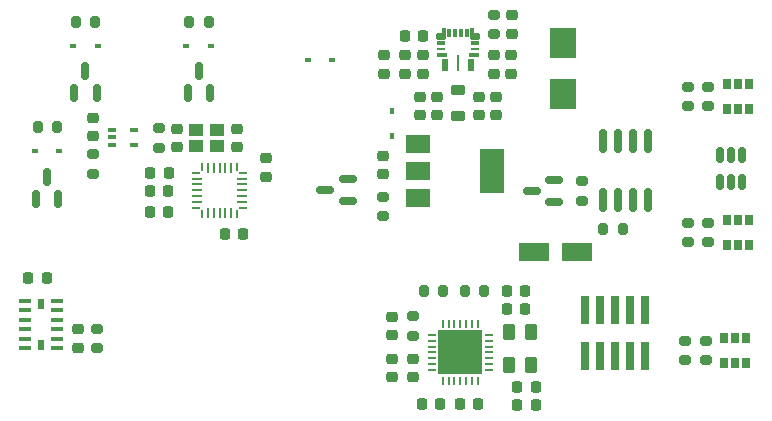
<source format=gbr>
%TF.GenerationSoftware,KiCad,Pcbnew,(6.0.9)*%
%TF.CreationDate,2022-12-25T13:15:50+01:00*%
%TF.ProjectId,votoco,766f746f-636f-42e6-9b69-6361645f7063,rev?*%
%TF.SameCoordinates,Original*%
%TF.FileFunction,Paste,Bot*%
%TF.FilePolarity,Positive*%
%FSLAX46Y46*%
G04 Gerber Fmt 4.6, Leading zero omitted, Abs format (unit mm)*
G04 Created by KiCad (PCBNEW (6.0.9)) date 2022-12-25 13:15:50*
%MOMM*%
%LPD*%
G01*
G04 APERTURE LIST*
G04 Aperture macros list*
%AMRoundRect*
0 Rectangle with rounded corners*
0 $1 Rounding radius*
0 $2 $3 $4 $5 $6 $7 $8 $9 X,Y pos of 4 corners*
0 Add a 4 corners polygon primitive as box body*
4,1,4,$2,$3,$4,$5,$6,$7,$8,$9,$2,$3,0*
0 Add four circle primitives for the rounded corners*
1,1,$1+$1,$2,$3*
1,1,$1+$1,$4,$5*
1,1,$1+$1,$6,$7*
1,1,$1+$1,$8,$9*
0 Add four rect primitives between the rounded corners*
20,1,$1+$1,$2,$3,$4,$5,0*
20,1,$1+$1,$4,$5,$6,$7,0*
20,1,$1+$1,$6,$7,$8,$9,0*
20,1,$1+$1,$8,$9,$2,$3,0*%
%AMFreePoly0*
4,1,14,0.364320,0.111820,0.377500,0.080000,0.377501,0.053640,0.364318,0.021819,0.230680,-0.111820,0.198860,-0.125000,-0.332500,-0.125000,-0.364320,-0.111820,-0.377500,-0.080000,-0.377500,0.080000,-0.364320,0.111820,-0.332500,0.125000,0.332500,0.125000,0.364320,0.111820,0.364320,0.111820,$1*%
%AMFreePoly1*
4,1,14,0.230680,0.111820,0.364320,-0.021821,0.377500,-0.053642,0.377500,-0.080000,0.364320,-0.111820,0.332500,-0.125000,-0.332500,-0.125000,-0.364320,-0.111820,-0.377500,-0.080000,-0.377500,0.080000,-0.364320,0.111820,-0.332500,0.125000,0.198860,0.125000,0.230680,0.111820,0.230680,0.111820,$1*%
%AMFreePoly2*
4,1,14,0.111820,0.364320,0.125000,0.332500,0.125000,-0.332500,0.111820,-0.364320,0.080000,-0.377500,0.053640,-0.377501,0.021819,-0.364318,-0.111820,-0.230680,-0.125000,-0.198860,-0.125000,0.332500,-0.111820,0.364320,-0.080000,0.377500,0.080000,0.377500,0.111820,0.364320,0.111820,0.364320,$1*%
%AMFreePoly3*
4,1,14,0.111820,0.364320,0.125000,0.332500,0.125001,-0.198860,0.111818,-0.230681,-0.021820,-0.364320,-0.053640,-0.377500,-0.080000,-0.377500,-0.111820,-0.364320,-0.125000,-0.332500,-0.125000,0.332500,-0.111820,0.364320,-0.080000,0.377500,0.080000,0.377500,0.111820,0.364320,0.111820,0.364320,$1*%
%AMFreePoly4*
4,1,15,-0.198858,0.125000,0.332500,0.125000,0.364320,0.111820,0.377500,0.080000,0.377500,-0.080000,0.364320,-0.111820,0.332500,-0.125000,-0.332500,-0.125000,-0.364320,-0.111820,-0.377500,-0.080000,-0.377500,-0.053640,-0.364320,-0.021820,-0.230680,0.111820,-0.198860,0.125001,-0.198858,0.125000,-0.198858,0.125000,$1*%
%AMFreePoly5*
4,1,14,0.364320,0.111820,0.377500,0.080000,0.377500,-0.080000,0.364320,-0.111820,0.332500,-0.125000,-0.198860,-0.125001,-0.230681,-0.111818,-0.364320,0.021820,-0.377500,0.053640,-0.377500,0.080000,-0.364320,0.111820,-0.332500,0.125000,0.332500,0.125000,0.364320,0.111820,0.364320,0.111820,$1*%
%AMFreePoly6*
4,1,14,-0.021820,0.364320,0.111820,0.230679,0.125000,0.198858,0.125000,-0.332500,0.111820,-0.364320,0.080000,-0.377500,-0.080000,-0.377500,-0.111820,-0.364320,-0.125000,-0.332500,-0.125000,0.332500,-0.111820,0.364320,-0.080000,0.377500,-0.053640,0.377500,-0.021820,0.364320,-0.021820,0.364320,$1*%
%AMFreePoly7*
4,1,15,0.053642,0.377500,0.080000,0.377500,0.111820,0.364320,0.125000,0.332500,0.125000,-0.332500,0.111820,-0.364320,0.080000,-0.377500,-0.080000,-0.377500,-0.111820,-0.364320,-0.125000,-0.332500,-0.125000,0.198860,-0.111820,0.230680,0.021820,0.364320,0.053640,0.377501,0.053642,0.377500,0.053642,0.377500,$1*%
%AMFreePoly8*
4,1,18,-0.039645,0.622355,-0.025000,0.587000,-0.025000,0.187000,0.350000,0.187000,0.385355,0.172355,0.400000,0.137000,0.400000,-0.113000,0.385355,-0.148355,0.350000,-0.163000,-0.487500,-0.163000,-0.522855,-0.148355,-0.560355,-0.110855,-0.575000,-0.075500,-0.575000,0.587000,-0.560355,0.622355,-0.525000,0.637000,-0.075000,0.637000,-0.039645,0.622355,-0.039645,0.622355,$1*%
%AMFreePoly9*
4,1,18,0.385355,0.148355,0.400000,0.113000,0.400000,-0.137000,0.385355,-0.172355,0.350000,-0.187000,-0.025000,-0.187000,-0.025000,-0.587000,-0.039645,-0.622355,-0.075000,-0.637000,-0.525000,-0.637000,-0.560355,-0.622355,-0.575000,-0.587000,-0.575000,0.075500,-0.560355,0.110855,-0.522855,0.148355,-0.487500,0.163000,0.350000,0.163000,0.385355,0.148355,0.385355,0.148355,$1*%
G04 Aperture macros list end*
%ADD10RoundRect,0.200000X-0.200000X-0.275000X0.200000X-0.275000X0.200000X0.275000X-0.200000X0.275000X0*%
%ADD11R,2.300000X2.500000*%
%ADD12R,0.650000X0.400000*%
%ADD13R,0.740000X2.400000*%
%ADD14RoundRect,0.200000X0.200000X0.275000X-0.200000X0.275000X-0.200000X-0.275000X0.200000X-0.275000X0*%
%ADD15RoundRect,0.225000X0.250000X-0.225000X0.250000X0.225000X-0.250000X0.225000X-0.250000X-0.225000X0*%
%ADD16RoundRect,0.218750X0.381250X-0.218750X0.381250X0.218750X-0.381250X0.218750X-0.381250X-0.218750X0*%
%ADD17RoundRect,0.250000X-1.050000X-0.550000X1.050000X-0.550000X1.050000X0.550000X-1.050000X0.550000X0*%
%ADD18R,1.117800X0.449200*%
%ADD19R,0.500000X0.813000*%
%ADD20RoundRect,0.225000X-0.225000X-0.250000X0.225000X-0.250000X0.225000X0.250000X-0.225000X0.250000X0*%
%ADD21RoundRect,0.150000X0.150000X-0.587500X0.150000X0.587500X-0.150000X0.587500X-0.150000X-0.587500X0*%
%ADD22RoundRect,0.200000X0.275000X-0.200000X0.275000X0.200000X-0.275000X0.200000X-0.275000X-0.200000X0*%
%ADD23FreePoly0,270.000000*%
%ADD24RoundRect,0.062500X-0.062500X0.375000X-0.062500X-0.375000X0.062500X-0.375000X0.062500X0.375000X0*%
%ADD25FreePoly1,270.000000*%
%ADD26FreePoly2,270.000000*%
%ADD27RoundRect,0.062500X-0.375000X0.062500X-0.375000X-0.062500X0.375000X-0.062500X0.375000X0.062500X0*%
%ADD28FreePoly3,270.000000*%
%ADD29FreePoly4,270.000000*%
%ADD30FreePoly5,270.000000*%
%ADD31FreePoly6,270.000000*%
%ADD32FreePoly7,270.000000*%
%ADD33RoundRect,0.225000X0.225000X0.250000X-0.225000X0.250000X-0.225000X-0.250000X0.225000X-0.250000X0*%
%ADD34RoundRect,0.225000X-0.250000X0.225000X-0.250000X-0.225000X0.250000X-0.225000X0.250000X0.225000X0*%
%ADD35R,0.600000X0.450000*%
%ADD36RoundRect,0.200000X-0.275000X0.200000X-0.275000X-0.200000X0.275000X-0.200000X0.275000X0.200000X0*%
%ADD37R,0.725000X0.300000*%
%ADD38R,0.700000X0.250000*%
%ADD39R,0.850000X0.300000*%
%ADD40R,0.550000X0.975000*%
%ADD41R,0.250012X1.410005*%
%ADD42FreePoly8,90.000000*%
%ADD43R,0.300000X0.725000*%
%ADD44FreePoly9,90.000000*%
%ADD45R,0.700000X0.900000*%
%ADD46R,0.254000X0.762000*%
%ADD47R,0.762000X0.254000*%
%ADD48R,3.800000X3.800000*%
%ADD49RoundRect,0.218750X-0.218750X-0.256250X0.218750X-0.256250X0.218750X0.256250X-0.218750X0.256250X0*%
%ADD50RoundRect,0.150000X0.587500X0.150000X-0.587500X0.150000X-0.587500X-0.150000X0.587500X-0.150000X0*%
%ADD51R,0.450000X0.600000*%
%ADD52R,2.000000X1.500000*%
%ADD53R,2.000000X3.800000*%
%ADD54RoundRect,0.250000X0.262500X0.450000X-0.262500X0.450000X-0.262500X-0.450000X0.262500X-0.450000X0*%
%ADD55RoundRect,0.150000X-0.150000X0.512500X-0.150000X-0.512500X0.150000X-0.512500X0.150000X0.512500X0*%
%ADD56RoundRect,0.150000X-0.150000X0.825000X-0.150000X-0.825000X0.150000X-0.825000X0.150000X0.825000X0*%
%ADD57R,1.150000X1.000000*%
G04 APERTURE END LIST*
D10*
%TO.C,R12*%
X102225000Y-74600000D03*
X103875000Y-74600000D03*
%TD*%
D11*
%TO.C,D8*%
X146700000Y-67492500D03*
X146700000Y-71792500D03*
%TD*%
D12*
%TO.C,U4*%
X108500000Y-76100000D03*
X108500000Y-75450000D03*
X108500000Y-74800000D03*
X110400000Y-74800000D03*
X110400000Y-76100000D03*
%TD*%
D13*
%TO.C,J3*%
X153640000Y-93950000D03*
X153640000Y-90050000D03*
X152370000Y-93950000D03*
X152370000Y-90050000D03*
X151100000Y-93950000D03*
X151100000Y-90050000D03*
X149830000Y-93950000D03*
X149830000Y-90050000D03*
X148560000Y-93950000D03*
X148560000Y-90050000D03*
%TD*%
D14*
%TO.C,R11*%
X116675000Y-65700000D03*
X115025000Y-65700000D03*
%TD*%
D15*
%TO.C,C23*%
X142300000Y-70075000D03*
X142300000Y-68525000D03*
%TD*%
D10*
%TO.C,R13*%
X105425000Y-65700000D03*
X107075000Y-65700000D03*
%TD*%
D16*
%TO.C,L1*%
X137800000Y-73612500D03*
X137800000Y-71487500D03*
%TD*%
D17*
%TO.C,C16*%
X144250000Y-85150000D03*
X147850000Y-85150000D03*
%TD*%
D18*
%TO.C,U7*%
X103870901Y-89299999D03*
X103870901Y-90100000D03*
X103870901Y-90900001D03*
X103870901Y-91699999D03*
X103870901Y-92500000D03*
X103870901Y-93299999D03*
D19*
X102500000Y-93018498D03*
D18*
X101129099Y-93300001D03*
X101129099Y-92500000D03*
X101129099Y-91699999D03*
X101129099Y-90900001D03*
X101129099Y-90100000D03*
X101129099Y-89300001D03*
D19*
X102500000Y-89581502D03*
%TD*%
D20*
%TO.C,C15*%
X141925000Y-88450000D03*
X143475000Y-88450000D03*
%TD*%
D21*
%TO.C,D2*%
X116800000Y-71687500D03*
X114900000Y-71687500D03*
X115850000Y-69812500D03*
%TD*%
D22*
%TO.C,R14*%
X140800000Y-66725000D03*
X140800000Y-65075000D03*
%TD*%
D15*
%TO.C,C1*%
X114000000Y-76275000D03*
X114000000Y-74725000D03*
%TD*%
D23*
%TO.C,U3*%
X116100000Y-77952500D03*
D24*
X116600000Y-78012500D03*
X117100000Y-78012500D03*
X117600000Y-78012500D03*
X118100000Y-78012500D03*
X118600000Y-78012500D03*
D25*
X119100000Y-77952500D03*
D26*
X119597500Y-78450000D03*
D27*
X119537500Y-78950000D03*
X119537500Y-79450000D03*
X119537500Y-79950000D03*
X119537500Y-80450000D03*
X119537500Y-80950000D03*
D28*
X119597500Y-81450000D03*
D29*
X119100000Y-81947500D03*
D24*
X118600000Y-81887500D03*
X118100000Y-81887500D03*
X117600000Y-81887500D03*
X117100000Y-81887500D03*
X116600000Y-81887500D03*
D30*
X116100000Y-81947500D03*
D31*
X115602500Y-81450000D03*
D27*
X115662500Y-80950000D03*
X115662500Y-80450000D03*
X115662500Y-79950000D03*
X115662500Y-79450000D03*
X115662500Y-78950000D03*
D32*
X115602500Y-78450000D03*
%TD*%
D15*
%TO.C,C26*%
X133300000Y-70075000D03*
X133300000Y-68525000D03*
%TD*%
D33*
%TO.C,C27*%
X102975000Y-87400000D03*
X101425000Y-87400000D03*
%TD*%
D34*
%TO.C,C2*%
X119100000Y-74725000D03*
X119100000Y-76275000D03*
%TD*%
D22*
%TO.C,R3*%
X112450000Y-76325000D03*
X112450000Y-74675000D03*
%TD*%
D35*
%TO.C,D5*%
X105200000Y-67700000D03*
X107300000Y-67700000D03*
%TD*%
D34*
%TO.C,C17*%
X132200000Y-94225000D03*
X132200000Y-95775000D03*
%TD*%
D36*
%TO.C,R6*%
X106900000Y-76875000D03*
X106900000Y-78525000D03*
%TD*%
D34*
%TO.C,C29*%
X132200000Y-90675000D03*
X132200000Y-92225000D03*
%TD*%
D15*
%TO.C,C19*%
X136050000Y-73575000D03*
X136050000Y-72025000D03*
%TD*%
D34*
%TO.C,C6*%
X131500000Y-68525000D03*
X131500000Y-70075000D03*
%TD*%
D37*
%TO.C,U5*%
X139237500Y-67475874D03*
D38*
X139249500Y-67976000D03*
D39*
X139174500Y-68476126D03*
D40*
X138900000Y-69362500D03*
D41*
X137800000Y-69144500D03*
D40*
X136700000Y-69362500D03*
D39*
X136425500Y-68476126D03*
D38*
X136350500Y-67976000D03*
D37*
X136362500Y-67475874D03*
D42*
X136586685Y-66600500D03*
D43*
X137049811Y-66612500D03*
X137549937Y-66612500D03*
X138050063Y-66612500D03*
X138550189Y-66612500D03*
D44*
X139013315Y-66600500D03*
%TD*%
D45*
%TO.C,Q1*%
X162450000Y-73050000D03*
X161500000Y-73050000D03*
X160550000Y-73050000D03*
X160550000Y-70950000D03*
X161500000Y-70950000D03*
X162450000Y-70950000D03*
%TD*%
D20*
%TO.C,C13*%
X141925000Y-89950000D03*
X143475000Y-89950000D03*
%TD*%
D45*
%TO.C,Q2*%
X162450000Y-84550000D03*
X161500000Y-84550000D03*
X160550000Y-84550000D03*
X160550000Y-82450000D03*
X161500000Y-82450000D03*
X162450000Y-82450000D03*
%TD*%
D15*
%TO.C,C31*%
X131400000Y-78575000D03*
X131400000Y-77025000D03*
%TD*%
D22*
%TO.C,R16*%
X157000000Y-94325000D03*
X157000000Y-92675000D03*
%TD*%
D34*
%TO.C,C22*%
X141050000Y-72025000D03*
X141050000Y-73575000D03*
%TD*%
D33*
%TO.C,C7*%
X113275000Y-79960000D03*
X111725000Y-79960000D03*
%TD*%
D14*
%TO.C,R5*%
X151725000Y-83200000D03*
X150075000Y-83200000D03*
%TD*%
D15*
%TO.C,C25*%
X105600000Y-93275000D03*
X105600000Y-91725000D03*
%TD*%
D22*
%TO.C,R18*%
X157250000Y-84325000D03*
X157250000Y-82675000D03*
%TD*%
%TO.C,R19*%
X159000000Y-72825000D03*
X159000000Y-71175000D03*
%TD*%
D36*
%TO.C,R1*%
X148250000Y-79175000D03*
X148250000Y-80825000D03*
%TD*%
D35*
%TO.C,D3*%
X101950000Y-76650000D03*
X104050000Y-76650000D03*
%TD*%
D33*
%TO.C,C5*%
X136300000Y-98000000D03*
X134750000Y-98000000D03*
%TD*%
D46*
%TO.C,U2*%
X139490000Y-96095700D03*
X138990001Y-96095700D03*
X138489999Y-96095700D03*
X137990000Y-96095700D03*
X137490001Y-96095700D03*
X136989999Y-96095700D03*
X136490000Y-96095700D03*
D47*
X135564300Y-95170000D03*
X135564300Y-94670001D03*
X135564300Y-94169999D03*
X135564300Y-93670000D03*
X135564300Y-93170001D03*
X135564300Y-92669999D03*
X135564300Y-92170000D03*
D46*
X136490000Y-91244300D03*
X136989999Y-91244300D03*
X137490001Y-91244300D03*
X137990000Y-91244300D03*
X138489999Y-91244300D03*
X138990001Y-91244300D03*
X139490000Y-91244300D03*
D47*
X140415700Y-92170000D03*
X140415700Y-92669999D03*
X140415700Y-93170001D03*
X140415700Y-93670000D03*
X140415700Y-94169999D03*
X140415700Y-94670001D03*
X140415700Y-95170000D03*
D48*
X137990000Y-93670000D03*
%TD*%
D15*
%TO.C,C18*%
X139550000Y-73575000D03*
X139550000Y-72025000D03*
%TD*%
D49*
%TO.C,FB1*%
X111712500Y-78460000D03*
X113287500Y-78460000D03*
%TD*%
D20*
%TO.C,C8*%
X118025000Y-83600000D03*
X119575000Y-83600000D03*
%TD*%
D33*
%TO.C,C12*%
X113275000Y-81787500D03*
X111725000Y-81787500D03*
%TD*%
D15*
%TO.C,C30*%
X142400000Y-66675000D03*
X142400000Y-65125000D03*
%TD*%
D20*
%TO.C,C21*%
X133275000Y-66900000D03*
X134825000Y-66900000D03*
%TD*%
D15*
%TO.C,C24*%
X140800000Y-70075000D03*
X140800000Y-68525000D03*
%TD*%
D34*
%TO.C,C20*%
X134550000Y-72025000D03*
X134550000Y-73575000D03*
%TD*%
D50*
%TO.C,D12*%
X128437500Y-78950000D03*
X128437500Y-80850000D03*
X126562500Y-79900000D03*
%TD*%
D51*
%TO.C,D9*%
X132200000Y-75350000D03*
X132200000Y-73250000D03*
%TD*%
D50*
%TO.C,D7*%
X145937500Y-79050000D03*
X145937500Y-80950000D03*
X144062500Y-80000000D03*
%TD*%
D52*
%TO.C,U6*%
X134400000Y-80600000D03*
X134400000Y-78300000D03*
D53*
X140700000Y-78300000D03*
D52*
X134400000Y-76000000D03*
%TD*%
D45*
%TO.C,Q3*%
X162200000Y-94550000D03*
X161250000Y-94550000D03*
X160300000Y-94550000D03*
X160300000Y-92450000D03*
X161250000Y-92450000D03*
X162200000Y-92450000D03*
%TD*%
D36*
%TO.C,R2*%
X107200000Y-91675000D03*
X107200000Y-93325000D03*
%TD*%
D54*
%TO.C,R8*%
X143962500Y-91950000D03*
X142137500Y-91950000D03*
%TD*%
D55*
%TO.C,DA1*%
X159950000Y-76962500D03*
X160900000Y-76962500D03*
X161850000Y-76962500D03*
X161850000Y-79237500D03*
X160900000Y-79237500D03*
X159950000Y-79237500D03*
%TD*%
D33*
%TO.C,C4*%
X139475000Y-98000000D03*
X137925000Y-98000000D03*
%TD*%
D34*
%TO.C,C3*%
X133950000Y-94225000D03*
X133950000Y-95775000D03*
%TD*%
D20*
%TO.C,C14*%
X142825000Y-96600000D03*
X144375000Y-96600000D03*
%TD*%
D10*
%TO.C,R10*%
X138375000Y-88450000D03*
X140025000Y-88450000D03*
%TD*%
D56*
%TO.C,U1*%
X150095000Y-75775000D03*
X151365000Y-75775000D03*
X152635000Y-75775000D03*
X153905000Y-75775000D03*
X153905000Y-80725000D03*
X152635000Y-80725000D03*
X151365000Y-80725000D03*
X150095000Y-80725000D03*
%TD*%
D22*
%TO.C,R20*%
X159000000Y-84325000D03*
X159000000Y-82675000D03*
%TD*%
D10*
%TO.C,R9*%
X134875000Y-88450000D03*
X136525000Y-88450000D03*
%TD*%
D21*
%TO.C,D6*%
X107200000Y-71687500D03*
X105300000Y-71687500D03*
X106250000Y-69812500D03*
%TD*%
D15*
%TO.C,C28*%
X134800000Y-70075000D03*
X134800000Y-68525000D03*
%TD*%
D54*
%TO.C,R7*%
X143962500Y-94700000D03*
X142137500Y-94700000D03*
%TD*%
D22*
%TO.C,R22*%
X131400000Y-82125000D03*
X131400000Y-80475000D03*
%TD*%
%TO.C,R21*%
X158750000Y-94325000D03*
X158750000Y-92675000D03*
%TD*%
D34*
%TO.C,C10*%
X121500000Y-77225000D03*
X121500000Y-78775000D03*
%TD*%
D21*
%TO.C,D4*%
X103950000Y-80687500D03*
X102050000Y-80687500D03*
X103000000Y-78812500D03*
%TD*%
D36*
%TO.C,R4*%
X133950000Y-90625000D03*
X133950000Y-92275000D03*
%TD*%
D15*
%TO.C,C9*%
X106900000Y-75375000D03*
X106900000Y-73825000D03*
%TD*%
D22*
%TO.C,R17*%
X157250000Y-72825000D03*
X157250000Y-71175000D03*
%TD*%
D35*
%TO.C,D10*%
X127150000Y-68900000D03*
X125050000Y-68900000D03*
%TD*%
%TO.C,D1*%
X116900000Y-67700000D03*
X114800000Y-67700000D03*
%TD*%
D57*
%TO.C,Y1*%
X115625000Y-74800000D03*
X117375000Y-74800000D03*
X117375000Y-76200000D03*
X115625000Y-76200000D03*
%TD*%
D20*
%TO.C,C11*%
X142825000Y-98150000D03*
X144375000Y-98150000D03*
%TD*%
M02*

</source>
